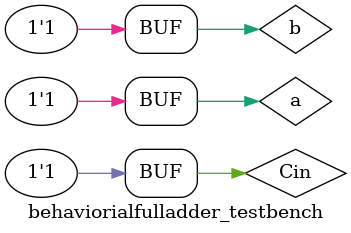
<source format=sv>
`timescale 1ns / 1ps


module behaviorialfulladder_testbench();
    logic a, b, Cin;
    logic sum, Cout;

   behavioral_full_adder dut( a, b, Cin, sum, Cout);
   
    initial begin
        a = 0; b = 0; Cin = 0; #10;
        if ( sum != 0 || Cout != 0) $display("000 failed");
        Cin = 1; #10;
        if ( sum != 1 || Cout != 0) $display("001 failed");
        b = 1; Cin = 0; #10;
        if ( sum != 1 || Cout != 0) $display("010 failed");
        Cin = 1; #10;
        if ( sum != 0 || Cout != 1) $display("011 failed");
        a = 1; b = 0; Cin = 0; #10;
        if ( sum != 1 || Cout != 0) $display("100 failed");
        Cin = 1; #10;
        if ( sum != 0 || Cout != 1) $display("101 failed");
        b = 1; Cin = 0; #10;
        if ( sum != 0 || Cout != 1) $display("110 failed");
        Cin = 1; #10;
        if ( sum != 1 || Cout != 1) $display("111 failed");
        end
    endmodule

</source>
